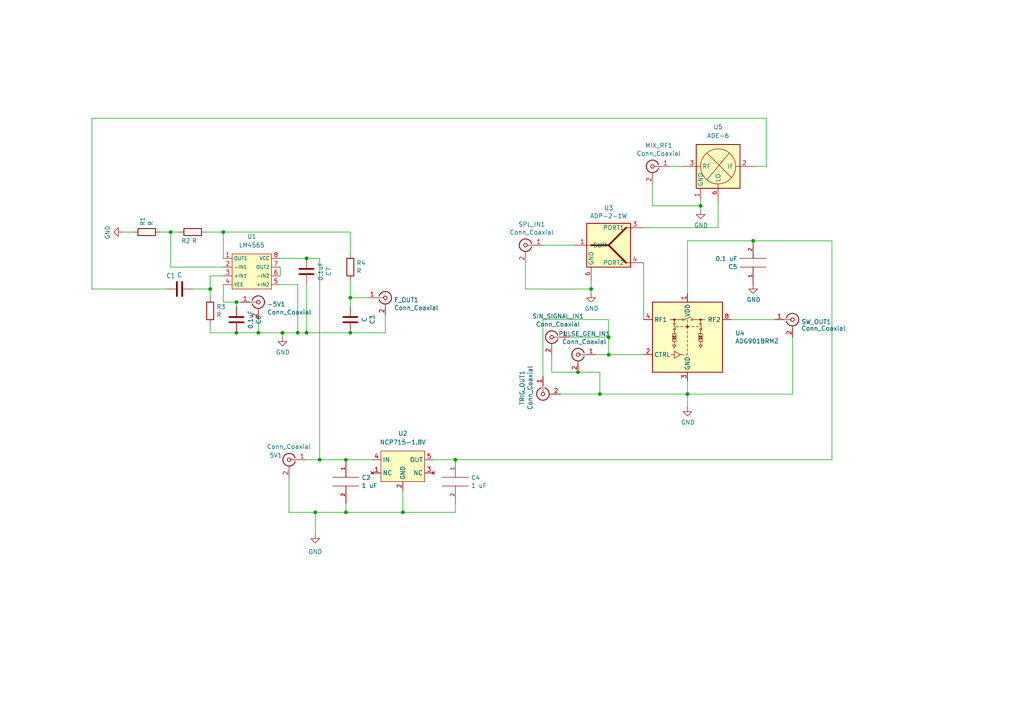
<source format=kicad_sch>
(kicad_sch (version 20211123) (generator eeschema)
  (paper "A4")
  (lib_symbols
    (symbol "Connector:Conn_Coaxial" (pin_names (offset 1.016) hide)
      (property "Reference" "J" (at 0.254 3.048 0))
      (property "Value" "Conn_Coaxial" (at 2.921 0 90))
      (symbol "Conn_Coaxial_0_1"
        (arc (start -1.778 -0.508) (mid 0.222 -1.808) (end 1.778 0) (stroke (width 0.254)))
        (polyline (pts (xy -2.54 0) (xy -0.508 0)))
        (polyline (pts (xy 0 -2.54) (xy 0 -1.778)))
        (circle (center 0 0) (radius 0.508) (stroke (width 0.2032)))
        (arc (start 1.778 0) (mid 0.222 1.8083) (end -1.778 0.508) (stroke (width 0.254)))
      )
      (symbol "Conn_Coaxial_1_1"
        (pin passive line (at -5.08 0 0) (length 2.54) (name "In") (number "1"))
        (pin passive line (at 0 -5.08 90) (length 2.54) (name "Ext") (number "2"))
      )
    )
    (symbol "Device:C" (pin_numbers hide) (pin_names (offset 0.254))
      (property "Reference" "C" (at 0.635 2.54 0))
      (property "Value" "C" (at 0.635 -2.54 0))
      (symbol "C_0_1"
        (polyline (pts (xy -2.032 -0.762) (xy 2.032 -0.762)) (stroke (width 0.508)))
        (polyline (pts (xy -2.032 0.762) (xy 2.032 0.762)) (stroke (width 0.508)))
      )
      (symbol "C_1_1"
        (pin passive line (at 0 3.81 270) (length 2.794) (name "~") (number "1"))
        (pin passive line (at 0 -3.81 90) (length 2.794) (name "~") (number "2"))
      )
    )
    (symbol "Device:R" (pin_numbers hide) (pin_names (offset 0))
      (property "Reference" "R" (at 2.032 0 90))
      (property "Value" "R" (at 0 0 90))
      (symbol "R_0_1"
        (rectangle (start -1.016 -2.54) (end 1.016 2.54) (stroke (width 0.254)))
      )
      (symbol "R_1_1"
        (pin passive line (at 0 3.81 270) (length 1.27) (name "~") (number "1"))
        (pin passive line (at 0 -3.81 90) (length 1.27) (name "~") (number "2"))
      )
    )
    (symbol "GND_1" (power) (pin_names (offset 0))
      (property "Value" "GND_1" (at 0 -3.81 0))
      (symbol "GND_1_0_1"
        (polyline (pts (xy 0 0) (xy 0 -1.27) (xy 1.27 -1.27) (xy 0 -2.54) (xy -1.27 -1.27) (xy 0 -1.27)))
      )
      (symbol "GND_1_1_1"
        (pin power_in line (at 0 0 270) (length 0) hide (name "GND") (number "1"))
      )
    )
    (symbol "LM4565 Operational Amplifier:LM4565"
      (property "Reference" "U" (at 0 -6.35 0))
      (property "Value" "LM4565" (at 0 6.35 0))
      (symbol "LM4565_0_1"
        (rectangle (start -6.35 5.08) (end 5.08 -5.08) (fill (type background)))
      )
      (symbol "LM4565_1_1"
        (pin output line (at -8.89 3.81 0) (length 2.54) (name "OUT1") (number "1"))
        (pin input line (at -8.89 1.27 0) (length 2.54) (name "-IN1") (number "2"))
        (pin input line (at -8.89 -1.27 0) (length 2.54) (name "+IN1") (number "3"))
        (pin power_in line (at -8.89 -3.81 0) (length 2.54) (name "VEE") (number "4"))
        (pin input line (at 7.62 -3.81 180) (length 2.54) (name "+IN2") (number "5"))
        (pin input line (at 7.62 -1.27 180) (length 2.54) (name "-IN2") (number "6"))
        (pin output line (at 7.62 1.27 180) (length 2.54) (name "OUT2") (number "7"))
        (pin power_in line (at 7.62 3.81 180) (length 2.54) (name "VCC") (number "8"))
      )
    )
    (symbol "NCP715:NCP715-1.8V"
      (property "Reference" "U" (at -5.08 -6.35 0))
      (property "Value" "NCP715-1.8V" (at 0 7.62 0))
      (symbol "NCP715-1.8V_0_1"
        (rectangle (start -6.35 5.08) (end 6.35 -3.81) (fill (type background)))
      )
      (symbol "NCP715-1.8V_1_1"
        (pin no_connect line (at -8.89 -1.27 0) (length 2.54) (name "NC") (number "1"))
        (pin power_in line (at 0 -6.35 90) (length 2.54) (name "GND") (number "2"))
        (pin no_connect line (at 8.89 -1.27 180) (length 2.54) (name "NC") (number "3"))
        (pin power_in line (at -8.89 2.54 0) (length 2.54) (name "IN") (number "4"))
        (pin power_out line (at 8.89 2.54 180) (length 2.54) (name "OUT") (number "5"))
      )
    )
    (symbol "RF:ADP-2-1W"
      (property "Reference" "U" (at -6.35 7.62 0))
      (property "Value" "ADP-2-1W" (at 6.35 7.62 0))
      (symbol "ADP-2-1W_0_1"
        (rectangle (start -6.35 6.35) (end 6.35 -6.35) (stroke (width 0.254)) (fill (type background)))
        (polyline (pts (xy 0 0) (xy 5.08 -5.08)) (stroke (width 0.508)))
        (polyline (pts (xy -5.08 0) (xy 0 0) (xy 5.08 5.08)) (stroke (width 0.508)))
      )
      (symbol "ADP-2-1W_1_1"
        (pin passive line (at -10.16 0 0) (length 5.08) (name "SUM") (number "1"))
        (pin no_connect line (at 5.08 2.54 180) (length 5.08) hide (name "NC") (number "2"))
        (pin passive line (at 10.16 5.08 180) (length 5.08) (name "PORT1") (number "3"))
        (pin passive line (at 10.16 -5.08 180) (length 5.08) (name "PORT2") (number "4"))
        (pin no_connect line (at 5.08 -2.54 180) (length 5.08) hide (name "NC") (number "5"))
        (pin passive line (at -5.08 -10.16 90) (length 3.81) (name "GND") (number "6"))
      )
    )
    (symbol "RF_Mixer:ADE-6"
      (property "Reference" "U" (at -6.35 7.62 0))
      (property "Value" "ADE-6" (at 6.35 7.62 0))
      (symbol "ADE-6_0_1"
        (rectangle (start -6.35 6.35) (end 6.35 -6.35) (stroke (width 0.254)) (fill (type background)))
        (polyline (pts (xy -3.175 -3.81) (xy 3.175 3.81)))
        (polyline (pts (xy 3.81 -3.175) (xy -3.175 3.81)))
        (circle (center 0 0) (radius 5.08))
      )
      (symbol "ADE-6_1_1"
        (pin power_in line (at -5.08 -10.16 90) (length 3.81) (name "GND") (number "1"))
        (pin output line (at 10.16 0 180) (length 5.08) (name "IF") (number "2"))
        (pin input line (at -10.16 0 0) (length 5.08) (name "RF") (number "3"))
        (pin passive line (at -5.08 -10.16 90) (length 3.81) hide (name "GND") (number "4"))
        (pin passive line (at -5.08 -10.16 90) (length 3.81) hide (name "GND") (number "5"))
        (pin input line (at 0 -10.16 90) (length 5.08) (name "LO") (number "6"))
      )
    )
    (symbol "RF_Switch:ADG901BRMZ"
      (property "Reference" "U" (at -10.16 11.43 0))
      (property "Value" "ADG901BRMZ" (at 1.27 11.43 0))
      (symbol "ADG901BRMZ_0_0"
        (rectangle (start -10.16 10.16) (end 10.16 -10.16) (stroke (width 0.254)) (fill (type background)))
        (polyline (pts (xy -4.826 -5.08) (xy -3.81 -5.08)))
        (polyline (pts (xy -2.54 3.048) (xy -3.302 3.048)))
        (polyline (pts (xy -2.032 3.048) (xy -1.27 3.048)))
        (polyline (pts (xy -1.016 -5.08) (xy -2.032 -5.08)))
        (polyline (pts (xy 0 -3.302) (xy 0 -4.064)))
        (polyline (pts (xy 0 -2.032) (xy 0 -2.794)))
        (polyline (pts (xy 0 -0.762) (xy 0 -1.524)))
        (polyline (pts (xy 0 0.508) (xy 0 -0.254)))
        (polyline (pts (xy 0 1.778) (xy 0 1.016)))
        (polyline (pts (xy 0 3.048) (xy -0.762 3.048)))
        (polyline (pts (xy 0 3.048) (xy 0 2.286)))
        (polyline (pts (xy 0 3.048) (xy 0 3.81)))
        (polyline (pts (xy 0 3.048) (xy 0.762 3.048)))
        (polyline (pts (xy 0 4.318) (xy 0 5.08)))
        (polyline (pts (xy 1.27 3.048) (xy 2.032 3.048)))
        (polyline (pts (xy 2.54 3.048) (xy 3.302 3.048)))
        (polyline (pts (xy 0 -4.572) (xy 0 -5.08) (xy -0.508 -5.08)))
        (polyline (pts (xy -3.81 -4.064) (xy -3.81 -6.096) (xy -2.032 -5.08) (xy -3.81 -4.064)))
        (circle (center 0 3.048) (radius 0.254) (fill (type outline)))
        (text "50" (at -3.81 -0.127 900) (effects (font (size 0.635 0.635))))
        (text "50" (at 3.81 -0.127 900) (effects (font (size 0.635 0.635))))
      )
      (symbol "ADG901BRMZ_0_1"
        (rectangle (start -4.318 1.016) (end -3.302 -1.27))
        (circle (center -3.81 2.286) (radius 0.254))
        (circle (center -3.81 3.81) (radius 0.254))
        (circle (center -3.81 5.08) (radius 0.254) (fill (type outline)))
        (circle (center -1.27 5.08) (radius 0.254))
        (polyline (pts (xy -5.08 5.08) (xy -1.524 5.08)))
        (polyline (pts (xy -3.81 2.032) (xy -3.81 1.016)))
        (polyline (pts (xy -3.81 3.556) (xy -3.429 2.159)))
        (polyline (pts (xy -3.81 5.08) (xy -3.81 4.064)))
        (polyline (pts (xy -1.016 5.08) (xy 1.016 5.842)))
        (polyline (pts (xy 1.524 5.08) (xy 5.08 5.08)))
        (polyline (pts (xy 3.81 2.032) (xy 3.81 1.016)))
        (polyline (pts (xy 3.81 3.556) (xy 4.191 2.159)))
        (polyline (pts (xy 3.81 5.08) (xy 3.81 4.064)))
        (polyline (pts (xy -3.81 -1.27) (xy -3.81 -2.286) (xy -4.318 -2.286) (xy -3.81 -3.048) (xy -3.302 -2.286) (xy -3.81 -2.286)))
        (polyline (pts (xy 3.81 -1.27) (xy 3.81 -2.286) (xy 3.302 -2.286) (xy 3.81 -3.048) (xy 4.318 -2.286) (xy 3.81 -2.286)))
        (circle (center 1.27 5.08) (radius 0.254))
        (rectangle (start 3.302 1.016) (end 4.318 -1.27))
        (circle (center 3.81 2.286) (radius 0.254))
        (circle (center 3.81 3.81) (radius 0.254))
        (circle (center 3.81 5.08) (radius 0.254) (fill (type outline)))
      )
      (symbol "ADG901BRMZ_1_1"
        (pin power_in line (at 0 12.7 270) (length 2.54) (name "VDD") (number "1"))
        (pin input line (at -12.7 -5.08 0) (length 2.54) (name "CTRL") (number "2"))
        (pin power_in line (at 0 -12.7 90) (length 2.54) (name "GND") (number "3"))
        (pin passive line (at -12.7 5.08 0) (length 2.54) (name "RF1") (number "4"))
        (pin passive line (at 0 -12.7 90) (length 2.54) hide (name "GND") (number "5"))
        (pin passive line (at 0 -12.7 90) (length 2.54) hide (name "GND") (number "6"))
        (pin passive line (at 0 -12.7 90) (length 2.54) hide (name "GND") (number "7"))
        (pin passive line (at 12.7 5.08 180) (length 2.54) (name "RF2") (number "8"))
      )
    )
    (symbol "power:GND" (power) (pin_names (offset 0))
      (property "Value" "GND" (at 0 -3.81 0))
      (symbol "GND_0_1"
        (polyline (pts (xy 0 0) (xy 0 -1.27) (xy 1.27 -1.27) (xy 0 -2.54) (xy -1.27 -1.27) (xy 0 -1.27)))
      )
      (symbol "GND_1_1"
        (pin power_in line (at 0 0 270) (length 0) hide (name "GND") (number "1"))
      )
    )
    (symbol "pspice:C" (pin_names (offset 0.254))
      (property "Reference" "C" (at 2.54 3.81 90))
      (property "Value" "C" (at 2.54 -3.81 90))
      (symbol "C_0_1"
        (polyline (pts (xy -3.81 -1.27) (xy 3.81 -1.27)))
        (polyline (pts (xy -3.81 1.27) (xy 3.81 1.27)))
      )
      (symbol "C_1_1"
        (pin passive line (at 0 6.35 270) (length 5.08) (name "~") (number "1"))
        (pin passive line (at 0 -6.35 90) (length 5.08) (name "~") (number "2"))
      )
    )
  )
  (junction (at 100.33 133.35))
  (junction (at 116.84 148.59))
  (junction (at 64.77 67.31))
  (junction (at 68.58 96.52))
  (junction (at 101.6 86.36))
  (junction (at 176.53 97.79))
  (junction (at 173.99 114.3))
  (junction (at 176.53 102.87))
  (junction (at 74.93 96.52))
  (junction (at 49.53 67.31))
  (junction (at 88.9 96.52))
  (junction (at 88.9 74.93))
  (junction (at 203.2 59.69))
  (junction (at 101.6 96.52))
  (junction (at 81.915 96.52))
  (junction (at 68.58 87.63))
  (junction (at 218.44 69.85))
  (junction (at 91.44 148.59))
  (junction (at 92.71 133.35))
  (junction (at 60.96 83.82))
  (junction (at 171.45 83.82))
  (junction (at 86.36 96.52))
  (junction (at 167.64 107.95))
  (junction (at 199.39 114.3))
  (junction (at 132.08 133.35))
  (junction (at 100.33 148.59))
  (wire (pts (xy 171.45 83.82) (xy 171.45 85.09)))
  (wire (pts (xy 157.48 109.22) (xy 157.48 92.71)))
  (wire (pts (xy 116.84 148.59) (xy 132.08 148.59)))
  (wire (pts (xy 101.6 86.36) (xy 101.6 88.9)))
  (wire (pts (xy 49.53 67.31) (xy 46.355 67.31)))
  (wire (pts (xy 229.87 97.79) (xy 229.87 114.3)))
  (wire (pts (xy 186.69 102.87) (xy 176.53 102.87)))
  (wire (pts (xy 100.33 133.35) (xy 107.95 133.35)))
  (wire (pts (xy 199.39 110.49) (xy 199.39 114.3)))
  (wire (pts (xy 52.07 67.31) (xy 49.53 67.31)))
  (wire (pts (xy 49.53 77.47) (xy 49.53 67.31)))
  (wire (pts (xy 68.58 87.63) (xy 64.77 87.63)))
  (wire (pts (xy 100.33 146.05) (xy 100.33 148.59)))
  (wire (pts (xy 26.67 83.82) (xy 48.26 83.82)))
  (wire (pts (xy 92.71 133.35) (xy 100.33 133.35)))
  (wire (pts (xy 176.53 92.71) (xy 176.53 97.79)))
  (wire (pts (xy 81.28 82.55) (xy 86.36 82.55)))
  (wire (pts (xy 160.02 102.87) (xy 160.02 107.95)))
  (wire (pts (xy 91.44 148.59) (xy 91.44 154.94)))
  (wire (pts (xy 81.915 96.52) (xy 86.36 96.52)))
  (wire (pts (xy 189.23 59.69) (xy 203.2 59.69)))
  (wire (pts (xy 64.77 74.93) (xy 64.77 67.31)))
  (wire (pts (xy 173.99 114.3) (xy 199.39 114.3)))
  (wire (pts (xy 157.48 92.71) (xy 176.53 92.71)))
  (wire (pts (xy 88.9 96.52) (xy 101.6 96.52)))
  (wire (pts (xy 176.53 97.79) (xy 165.1 97.79)))
  (wire (pts (xy 64.77 77.47) (xy 49.53 77.47)))
  (wire (pts (xy 55.88 83.82) (xy 60.96 83.82)))
  (wire (pts (xy 208.28 66.04) (xy 208.28 58.42)))
  (wire (pts (xy 111.76 96.52) (xy 101.6 96.52)))
  (wire (pts (xy 68.58 96.52) (xy 74.93 96.52)))
  (wire (pts (xy 64.77 80.01) (xy 60.96 80.01)))
  (wire (pts (xy 173.99 107.95) (xy 173.99 114.3)))
  (wire (pts (xy 132.08 133.35) (xy 241.3 133.35)))
  (wire (pts (xy 83.82 138.43) (xy 83.82 148.59)))
  (wire (pts (xy 38.735 67.31) (xy 35.56 67.31)))
  (wire (pts (xy 203.2 58.42) (xy 203.2 59.69)))
  (wire (pts (xy 69.85 87.63) (xy 68.58 87.63)))
  (wire (pts (xy 222.25 34.29) (xy 26.67 34.29)))
  (wire (pts (xy 218.44 48.26) (xy 222.25 48.26)))
  (wire (pts (xy 203.2 59.69) (xy 203.2 60.96)))
  (wire (pts (xy 186.69 76.2) (xy 186.69 92.71)))
  (wire (pts (xy 100.33 148.59) (xy 116.84 148.59)))
  (wire (pts (xy 157.48 71.12) (xy 166.37 71.12)))
  (wire (pts (xy 241.3 133.35) (xy 241.3 69.85)))
  (wire (pts (xy 199.39 85.09) (xy 199.39 69.85)))
  (wire (pts (xy 152.4 83.82) (xy 171.45 83.82)))
  (wire (pts (xy 26.67 83.82) (xy 26.67 34.29)))
  (wire (pts (xy 167.64 107.95) (xy 173.99 107.95)))
  (wire (pts (xy 218.44 69.85) (xy 241.3 69.85)))
  (wire (pts (xy 172.72 102.87) (xy 176.53 102.87)))
  (wire (pts (xy 60.96 80.01) (xy 60.96 83.82)))
  (wire (pts (xy 92.71 74.93) (xy 92.71 133.35)))
  (wire (pts (xy 59.69 67.31) (xy 64.77 67.31)))
  (wire (pts (xy 88.9 82.55) (xy 88.9 96.52)))
  (wire (pts (xy 86.36 96.52) (xy 88.9 96.52)))
  (wire (pts (xy 91.44 148.59) (xy 100.33 148.59)))
  (wire (pts (xy 60.96 83.82) (xy 60.96 86.36)))
  (wire (pts (xy 199.39 114.3) (xy 199.39 118.11)))
  (wire (pts (xy 171.45 81.28) (xy 171.45 83.82)))
  (wire (pts (xy 125.73 133.35) (xy 132.08 133.35)))
  (wire (pts (xy 160.02 107.95) (xy 167.64 107.95)))
  (wire (pts (xy 88.9 74.93) (xy 92.71 74.93)))
  (wire (pts (xy 176.53 102.87) (xy 176.53 97.79)))
  (wire (pts (xy 101.6 86.36) (xy 106.68 86.36)))
  (wire (pts (xy 194.31 48.26) (xy 198.12 48.26)))
  (wire (pts (xy 111.76 91.44) (xy 111.76 96.52)))
  (wire (pts (xy 64.77 87.63) (xy 64.77 82.55)))
  (wire (pts (xy 162.56 114.3) (xy 173.99 114.3)))
  (wire (pts (xy 86.36 82.55) (xy 86.36 96.52)))
  (wire (pts (xy 212.09 92.71) (xy 224.79 92.71)))
  (wire (pts (xy 88.9 133.35) (xy 92.71 133.35)))
  (wire (pts (xy 81.28 74.93) (xy 88.9 74.93)))
  (wire (pts (xy 81.28 77.47) (xy 81.28 80.01)))
  (wire (pts (xy 222.25 48.26) (xy 222.25 34.29)))
  (wire (pts (xy 60.96 93.98) (xy 60.96 96.52)))
  (wire (pts (xy 152.4 76.2) (xy 152.4 83.82)))
  (wire (pts (xy 101.6 73.66) (xy 101.6 67.31)))
  (wire (pts (xy 101.6 81.28) (xy 101.6 86.36)))
  (wire (pts (xy 68.58 87.63) (xy 68.58 88.9)))
  (wire (pts (xy 83.82 148.59) (xy 91.44 148.59)))
  (wire (pts (xy 132.08 148.59) (xy 132.08 146.05)))
  (wire (pts (xy 60.96 96.52) (xy 68.58 96.52)))
  (wire (pts (xy 74.93 92.71) (xy 74.93 96.52)))
  (wire (pts (xy 199.39 69.85) (xy 218.44 69.85)))
  (wire (pts (xy 116.84 142.24) (xy 116.84 148.59)))
  (wire (pts (xy 186.69 66.04) (xy 208.28 66.04)))
  (wire (pts (xy 81.915 97.79) (xy 81.915 96.52)))
  (wire (pts (xy 189.23 53.34) (xy 189.23 59.69)))
  (wire (pts (xy 101.6 67.31) (xy 64.77 67.31)))
  (wire (pts (xy 74.93 96.52) (xy 81.915 96.52)))
  (wire (pts (xy 229.87 114.3) (xy 199.39 114.3)))
  (symbol (lib_id "Device:R") (at 55.88 67.31 90) (unit 1)
    (property "Reference" "R2" (at 55.245 69.85 90) (effects (justify left)))
    (property "Value" "R" (at 57.15 69.85 90) (effects (justify left)))
    (property "Footprint" "Resistor_SMD:R_1206_3216Metric" (effects hide))
  )
  (symbol (lib_name "GND_1") (lib_id "power:GND") (at 91.44 154.94 0) (unit 1)
    (property "Reference" "#PWR0106" (effects hide))
    (property "Value" "GND" (at 91.44 160.02 0))
  )
  (symbol (lib_id "Connector:Conn_Coaxial") (at 74.93 87.63 0) (unit 1)
    (property "Reference" "-5V1" (at 77.47 88.265 0) (effects (justify left)))
    (property "Value" "Conn_Coaxial" (at 77.47 90.5764 0) (effects (justify left)))
    (property "Footprint" "Connector_Coaxial:SMA_Samtec_SMA-J-P-X-ST-EM1_EdgeMount" (effects hide))
    (property "Datasheet" " ~" (effects hide))
  )
  (symbol (lib_id "Connector:Conn_Coaxial") (at 152.4 71.12 0) (mirror y) (unit 1)
    (property "Reference" "SPL_IN1" (at 154.2288 65.0748 0))
    (property "Value" "Conn_Coaxial" (at 154.2288 67.3862 0))
    (property "Footprint" "Connector_Coaxial:SMA_Samtec_SMA-J-P-X-ST-EM1_EdgeMount" (effects hide))
    (property "Datasheet" " ~" (effects hide))
  )
  (symbol (lib_id "Device:C") (at 101.6 92.71 180) (unit 1)
    (property "Reference" "C3" (at 108.0008 92.71 90))
    (property "Value" "C" (at 105.6894 92.71 90))
    (property "Footprint" "Capacitor_SMD:C_1206_3216Metric" (effects hide))
  )
  (symbol (lib_id "power:GND") (at 218.44 82.55 0) (unit 1)
    (property "Reference" "#PWR0102" (effects hide))
    (property "Value" "GND" (at 218.567 86.9442 0))
  )
  (symbol (lib_id "power:GND") (at 35.56 67.31 270) (unit 1)
    (property "Reference" "#PWR0101" (effects hide))
    (property "Value" "GND" (at 31.1658 67.437 0))
  )
  (symbol (lib_id "RF_Mixer:ADE-6") (at 208.28 48.26 0) (unit 1)
    (property "Reference" "U5" (at 208.28 36.83 0))
    (property "Value" "ADE-6" (at 208.28 39.37 0))
    (property "Footprint" "RF_Mini-Circuits:Mini-Circuits_CD542_LandPatternPL-052" (effects hide))
    (property "Datasheet" "https://www.minicircuits.com/pdfs/ADE-6.pdf" (effects hide))
  )
  (symbol (lib_id "Device:R") (at 42.545 67.31 90) (unit 1)
    (property "Reference" "R1" (at 41.3766 65.532 0) (effects (justify left)))
    (property "Value" "R" (at 43.688 65.532 0) (effects (justify left)))
    (property "Footprint" "Resistor_SMD:R_1206_3216Metric" (effects hide))
  )
  (symbol (lib_id "LM4565 Operational Amplifier:LM4565") (at 73.66 78.74 0) (unit 1)
    (property "Reference" "U1" (at 73.025 68.58 0))
    (property "Value" "LM4565" (at 73.025 71.12 0))
    (property "Footprint" "Package_SO:TSSOP-8_4.4x3mm_P0.65mm" (effects hide))
  )
  (symbol (lib_id "Connector:Conn_Coaxial") (at 229.87 92.71 0) (unit 1)
    (property "Reference" "SW_OUT1" (at 232.41 93.345 0) (effects (justify left)))
    (property "Value" "Conn_Coaxial" (at 232.41 95.25 0) (effects (justify left)))
    (property "Footprint" "Connector_Coaxial:SMA_Samtec_SMA-J-P-X-ST-EM1_EdgeMount" (effects hide))
    (property "Datasheet" " ~" (effects hide))
  )
  (symbol (lib_id "RF_Switch:ADG901BRMZ") (at 199.39 97.79 0) (unit 1)
    (property "Reference" "U4" (at 213.2076 96.6216 0) (effects (justify left)))
    (property "Value" "ADG901BRMZ" (at 213.2076 98.933 0) (effects (justify left)))
    (property "Footprint" "Package_SO:MSOP-8_3x3mm_P0.65mm" (effects hide))
    (property "Datasheet" "https://www.analog.com/media/en/technical-documentation/data-sheets/ADG901_902.pdf" (effects hide))
  )
  (symbol (lib_id "power:GND") (at 199.39 118.11 0) (unit 1)
    (property "Reference" "#PWR0105" (effects hide))
    (property "Value" "GND" (at 199.517 122.5042 0))
  )
  (symbol (lib_id "Connector:Conn_Coaxial") (at 160.02 97.79 0) (mirror y) (unit 1)
    (property "Reference" "SIN_SIGNAL_IN1" (at 161.8488 91.7448 0))
    (property "Value" "Conn_Coaxial" (at 161.8488 94.0562 0))
    (property "Footprint" "Connector_Coaxial:SMA_Samtec_SMA-J-P-X-ST-EM1_EdgeMount" (effects hide))
    (property "Datasheet" " ~" (effects hide))
  )
  (symbol (lib_id "Connector:Conn_Coaxial") (at 83.82 133.35 0) (mirror y) (unit 1)
    (property "Reference" "5V1" (at 80.01 132.08 0))
    (property "Value" "Conn_Coaxial" (at 83.82 129.54 0))
    (property "Footprint" "Connector_Coaxial:SMA_Samtec_SMA-J-P-X-ST-EM1_EdgeMount" (effects hide))
    (property "Datasheet" " ~" (effects hide))
  )
  (symbol (lib_id "Connector:Conn_Coaxial") (at 189.23 48.26 0) (mirror y) (unit 1)
    (property "Reference" "MIX_RF1" (at 191.0588 42.2148 0))
    (property "Value" "Conn_Coaxial" (at 191.0588 44.5262 0))
    (property "Footprint" "Connector_Coaxial:SMA_Samtec_SMA-J-P-X-ST-EM1_EdgeMount" (effects hide))
    (property "Datasheet" " ~" (effects hide))
  )
  (symbol (lib_id "RF:ADP-2-1W") (at 176.53 71.12 0) (unit 1)
    (property "Reference" "U3" (at 176.53 60.325 0))
    (property "Value" "ADP-2-1W" (at 176.53 62.6364 0))
    (property "Footprint" "RF_Mini-Circuits:Mini-Circuits_CD636_LandPatternPL-035" (effects hide))
    (property "Datasheet" "https://www.minicircuits.com/pdfs/ADP-2-1W.pdf" (effects hide))
  )
  (symbol (lib_id "Device:C") (at 52.07 83.82 270) (unit 1)
    (property "Reference" "C1" (at 49.53 80.01 90))
    (property "Value" "C" (at 52.07 79.7306 90))
    (property "Footprint" "Capacitor_SMD:C_1206_3216Metric" (effects hide))
  )
  (symbol (lib_id "Device:C") (at 68.58 92.71 180) (unit 1)
    (property "Reference" "C6" (at 74.9808 92.71 90))
    (property "Value" "0.1uF" (at 72.6694 92.71 90))
    (property "Footprint" "Capacitor_SMD:C_1206_3216Metric" (effects hide))
  )
  (symbol (lib_id "Device:C") (at 88.9 78.74 180) (unit 1)
    (property "Reference" "C7" (at 95.3008 78.74 90))
    (property "Value" "0.1uF" (at 92.9894 78.74 90))
    (property "Footprint" "Capacitor_SMD:C_1206_3216Metric" (effects hide))
  )
  (symbol (lib_id "Connector:Conn_Coaxial") (at 111.76 86.36 0) (unit 1)
    (property "Reference" "F_OUT1" (at 114.3 86.995 0) (effects (justify left)))
    (property "Value" "Conn_Coaxial" (at 114.3 89.3064 0) (effects (justify left)))
    (property "Footprint" "Connector_Coaxial:SMA_Samtec_SMA-J-P-X-ST-EM1_EdgeMount" (effects hide))
    (property "Datasheet" " ~" (effects hide))
  )
  (symbol (lib_id "Connector:Conn_Coaxial") (at 167.64 102.87 0) (mirror y) (unit 1)
    (property "Reference" "PULSE_GEN_IN1" (at 169.4688 96.8248 0))
    (property "Value" "Conn_Coaxial" (at 169.4688 99.1362 0))
    (property "Footprint" "Connector_Coaxial:SMA_Samtec_SMA-J-P-X-ST-EM1_EdgeMount" (effects hide))
    (property "Datasheet" " ~" (effects hide))
  )
  (symbol (lib_id "NCP715:NCP715-1.8V") (at 116.84 135.89 0) (unit 1)
    (property "Reference" "U2" (at 116.84 125.73 0))
    (property "Value" "NCP715-1.8V" (at 116.84 128.27 0))
    (property "Footprint" "Package_TO_SOT_SMD:SOT-353_SC-70-5" (effects hide))
  )
  (symbol (lib_id "power:GND") (at 171.45 85.09 0) (unit 1)
    (property "Reference" "#PWR0104" (effects hide))
    (property "Value" "GND" (at 171.577 89.4842 0))
  )
  (symbol (lib_id "power:GND") (at 81.915 97.79 0) (unit 1)
    (property "Reference" "#PWR0107" (effects hide))
    (property "Value" "GND" (at 82.042 102.1842 0))
  )
  (symbol (lib_id "pspice:C") (at 218.44 76.2 180) (unit 1)
    (property "Reference" "C5" (at 213.9188 77.3684 0) (effects (justify left)))
    (property "Value" "0.1 uF" (at 213.9188 75.057 0) (effects (justify left)))
    (property "Footprint" "Capacitor_SMD:C_1206_3216Metric" (effects hide))
  )
  (symbol (lib_id "Device:R") (at 60.96 90.17 0) (unit 1)
    (property "Reference" "R3" (at 62.738 89.0016 0) (effects (justify left)))
    (property "Value" "R" (at 62.738 91.313 0) (effects (justify left)))
    (property "Footprint" "Resistor_SMD:R_1206_3216Metric" (effects hide))
  )
  (symbol (lib_id "pspice:C") (at 132.08 139.7 0) (unit 1)
    (property "Reference" "C4" (at 136.6012 138.5316 0) (effects (justify left)))
    (property "Value" "1 uF" (at 136.6012 140.843 0) (effects (justify left)))
    (property "Footprint" "Capacitor_SMD:C_1206_3216Metric" (effects hide))
  )
  (symbol (lib_id "power:GND") (at 203.2 60.96 0) (unit 1)
    (property "Reference" "#PWR0103" (effects hide))
    (property "Value" "GND" (at 203.327 65.3542 0))
  )
  (symbol (lib_id "pspice:C") (at 100.33 139.7 0) (unit 1)
    (property "Reference" "C2" (at 104.8512 138.5316 0) (effects (justify left)))
    (property "Value" "1 uF" (at 104.8512 140.843 0) (effects (justify left)))
    (property "Footprint" "Capacitor_SMD:C_1206_3216Metric" (effects hide))
  )
  (symbol (lib_id "Device:R") (at 101.6 77.47 0) (unit 1)
    (property "Reference" "R4" (at 103.378 76.3016 0) (effects (justify left)))
    (property "Value" "R" (at 103.378 78.613 0) (effects (justify left)))
    (property "Footprint" "Resistor_SMD:R_1206_3216Metric" (effects hide))
  )
  (symbol (lib_id "Connector:Conn_Coaxial") (at 157.48 114.3 90) (mirror x) (unit 1)
    (property "Reference" "TRIG_OUT1" (at 151.4348 112.4712 0))
    (property "Value" "Conn_Coaxial" (at 153.7462 112.4712 0))
    (property "Footprint" "Connector_Coaxial:SMA_Samtec_SMA-J-P-X-ST-EM1_EdgeMount" (effects hide))
    (property "Datasheet" " ~" (effects hide))
  )
)
</source>
